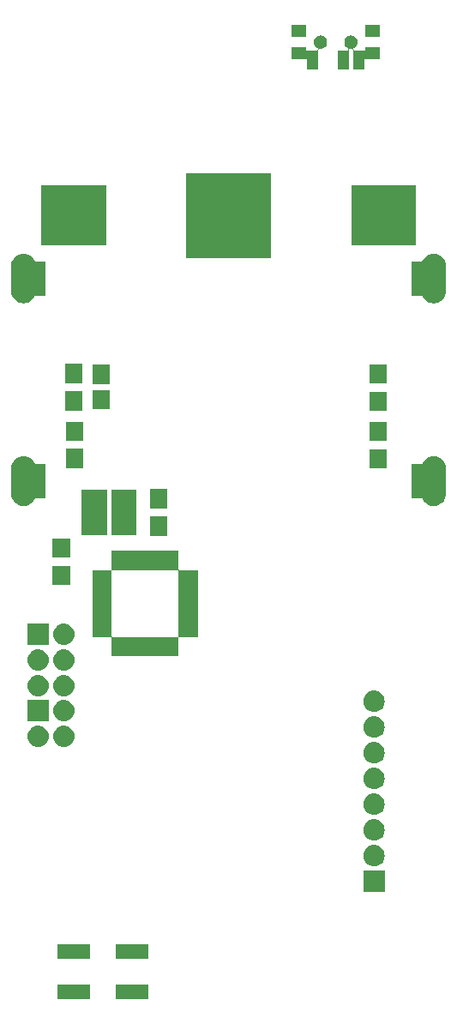
<source format=gbr>
G04 #@! TF.GenerationSoftware,KiCad,Pcbnew,5.0.1+dfsg1-3*
G04 #@! TF.CreationDate,2018-12-15T17:15:27+11:00*
G04 #@! TF.ProjectId,BSidesCBR2019,425369646573434252323031392E6B69,rev?*
G04 #@! TF.SameCoordinates,Original*
G04 #@! TF.FileFunction,Soldermask,Bot*
G04 #@! TF.FilePolarity,Negative*
%FSLAX46Y46*%
G04 Gerber Fmt 4.6, Leading zero omitted, Abs format (unit mm)*
G04 Created by KiCad (PCBNEW 5.0.1+dfsg1-3) date Sat 15 Dec 2018 17:15:27 AEDT*
%MOMM*%
%LPD*%
G01*
G04 APERTURE LIST*
%ADD10C,0.100000*%
G04 APERTURE END LIST*
D10*
G36*
X51317800Y-144946600D02*
X48167800Y-144946600D01*
X48167800Y-143546600D01*
X51317800Y-143546600D01*
X51317800Y-144946600D01*
X51317800Y-144946600D01*
G37*
G36*
X45567800Y-144946600D02*
X42417800Y-144946600D01*
X42417800Y-143546600D01*
X45567800Y-143546600D01*
X45567800Y-144946600D01*
X45567800Y-144946600D01*
G37*
G36*
X45567800Y-140946600D02*
X42417800Y-140946600D01*
X42417800Y-139546600D01*
X45567800Y-139546600D01*
X45567800Y-140946600D01*
X45567800Y-140946600D01*
G37*
G36*
X51317800Y-140946600D02*
X48167800Y-140946600D01*
X48167800Y-139546600D01*
X51317800Y-139546600D01*
X51317800Y-140946600D01*
X51317800Y-140946600D01*
G37*
G36*
X74684600Y-134374600D02*
X72584600Y-134374600D01*
X72584600Y-132274600D01*
X74684600Y-132274600D01*
X74684600Y-134374600D01*
X74684600Y-134374600D01*
G37*
G36*
X73763307Y-129742197D02*
X73840436Y-129749793D01*
X73972387Y-129789820D01*
X74038363Y-129809833D01*
X74220772Y-129907333D01*
X74380654Y-130038546D01*
X74511867Y-130198428D01*
X74609367Y-130380837D01*
X74609367Y-130380838D01*
X74669407Y-130578764D01*
X74689680Y-130784600D01*
X74669407Y-130990436D01*
X74629380Y-131122387D01*
X74609367Y-131188363D01*
X74511867Y-131370772D01*
X74380654Y-131530654D01*
X74220772Y-131661867D01*
X74038363Y-131759367D01*
X73972387Y-131779380D01*
X73840436Y-131819407D01*
X73763307Y-131827003D01*
X73686180Y-131834600D01*
X73583020Y-131834600D01*
X73505893Y-131827003D01*
X73428764Y-131819407D01*
X73296813Y-131779380D01*
X73230837Y-131759367D01*
X73048428Y-131661867D01*
X72888546Y-131530654D01*
X72757333Y-131370772D01*
X72659833Y-131188363D01*
X72639820Y-131122387D01*
X72599793Y-130990436D01*
X72579520Y-130784600D01*
X72599793Y-130578764D01*
X72659833Y-130380838D01*
X72659833Y-130380837D01*
X72757333Y-130198428D01*
X72888546Y-130038546D01*
X73048428Y-129907333D01*
X73230837Y-129809833D01*
X73296813Y-129789820D01*
X73428764Y-129749793D01*
X73505893Y-129742197D01*
X73583020Y-129734600D01*
X73686180Y-129734600D01*
X73763307Y-129742197D01*
X73763307Y-129742197D01*
G37*
G36*
X73763307Y-127202197D02*
X73840436Y-127209793D01*
X73972387Y-127249820D01*
X74038363Y-127269833D01*
X74220772Y-127367333D01*
X74380654Y-127498546D01*
X74511867Y-127658428D01*
X74609367Y-127840837D01*
X74609367Y-127840838D01*
X74669407Y-128038764D01*
X74689680Y-128244600D01*
X74669407Y-128450436D01*
X74629380Y-128582387D01*
X74609367Y-128648363D01*
X74511867Y-128830772D01*
X74380654Y-128990654D01*
X74220772Y-129121867D01*
X74038363Y-129219367D01*
X73972387Y-129239380D01*
X73840436Y-129279407D01*
X73763307Y-129287003D01*
X73686180Y-129294600D01*
X73583020Y-129294600D01*
X73505893Y-129287003D01*
X73428764Y-129279407D01*
X73296813Y-129239380D01*
X73230837Y-129219367D01*
X73048428Y-129121867D01*
X72888546Y-128990654D01*
X72757333Y-128830772D01*
X72659833Y-128648363D01*
X72639820Y-128582387D01*
X72599793Y-128450436D01*
X72579520Y-128244600D01*
X72599793Y-128038764D01*
X72659833Y-127840838D01*
X72659833Y-127840837D01*
X72757333Y-127658428D01*
X72888546Y-127498546D01*
X73048428Y-127367333D01*
X73230837Y-127269833D01*
X73296813Y-127249820D01*
X73428764Y-127209793D01*
X73505893Y-127202197D01*
X73583020Y-127194600D01*
X73686180Y-127194600D01*
X73763307Y-127202197D01*
X73763307Y-127202197D01*
G37*
G36*
X73763307Y-124662197D02*
X73840436Y-124669793D01*
X73972387Y-124709820D01*
X74038363Y-124729833D01*
X74220772Y-124827333D01*
X74380654Y-124958546D01*
X74511867Y-125118428D01*
X74609367Y-125300837D01*
X74609367Y-125300838D01*
X74669407Y-125498764D01*
X74689680Y-125704600D01*
X74669407Y-125910436D01*
X74629380Y-126042387D01*
X74609367Y-126108363D01*
X74511867Y-126290772D01*
X74380654Y-126450654D01*
X74220772Y-126581867D01*
X74038363Y-126679367D01*
X73972387Y-126699380D01*
X73840436Y-126739407D01*
X73763307Y-126747003D01*
X73686180Y-126754600D01*
X73583020Y-126754600D01*
X73505893Y-126747003D01*
X73428764Y-126739407D01*
X73296813Y-126699380D01*
X73230837Y-126679367D01*
X73048428Y-126581867D01*
X72888546Y-126450654D01*
X72757333Y-126290772D01*
X72659833Y-126108363D01*
X72639820Y-126042387D01*
X72599793Y-125910436D01*
X72579520Y-125704600D01*
X72599793Y-125498764D01*
X72659833Y-125300838D01*
X72659833Y-125300837D01*
X72757333Y-125118428D01*
X72888546Y-124958546D01*
X73048428Y-124827333D01*
X73230837Y-124729833D01*
X73296813Y-124709820D01*
X73428764Y-124669793D01*
X73505893Y-124662197D01*
X73583020Y-124654600D01*
X73686180Y-124654600D01*
X73763307Y-124662197D01*
X73763307Y-124662197D01*
G37*
G36*
X73763307Y-122122196D02*
X73840436Y-122129793D01*
X73972387Y-122169820D01*
X74038363Y-122189833D01*
X74220772Y-122287333D01*
X74380654Y-122418546D01*
X74511867Y-122578428D01*
X74609367Y-122760837D01*
X74609367Y-122760838D01*
X74669407Y-122958764D01*
X74689680Y-123164600D01*
X74669407Y-123370436D01*
X74629380Y-123502387D01*
X74609367Y-123568363D01*
X74511867Y-123750772D01*
X74380654Y-123910654D01*
X74220772Y-124041867D01*
X74038363Y-124139367D01*
X73972387Y-124159380D01*
X73840436Y-124199407D01*
X73763307Y-124207004D01*
X73686180Y-124214600D01*
X73583020Y-124214600D01*
X73505893Y-124207004D01*
X73428764Y-124199407D01*
X73296813Y-124159380D01*
X73230837Y-124139367D01*
X73048428Y-124041867D01*
X72888546Y-123910654D01*
X72757333Y-123750772D01*
X72659833Y-123568363D01*
X72639820Y-123502387D01*
X72599793Y-123370436D01*
X72579520Y-123164600D01*
X72599793Y-122958764D01*
X72659833Y-122760838D01*
X72659833Y-122760837D01*
X72757333Y-122578428D01*
X72888546Y-122418546D01*
X73048428Y-122287333D01*
X73230837Y-122189833D01*
X73296813Y-122169820D01*
X73428764Y-122129793D01*
X73505893Y-122122196D01*
X73583020Y-122114600D01*
X73686180Y-122114600D01*
X73763307Y-122122196D01*
X73763307Y-122122196D01*
G37*
G36*
X73763307Y-119582196D02*
X73840436Y-119589793D01*
X73972387Y-119629820D01*
X74038363Y-119649833D01*
X74220772Y-119747333D01*
X74380654Y-119878546D01*
X74511867Y-120038428D01*
X74609367Y-120220837D01*
X74609367Y-120220838D01*
X74669407Y-120418764D01*
X74689680Y-120624600D01*
X74669407Y-120830436D01*
X74629380Y-120962387D01*
X74609367Y-121028363D01*
X74511867Y-121210772D01*
X74380654Y-121370654D01*
X74220772Y-121501867D01*
X74038363Y-121599367D01*
X73972387Y-121619380D01*
X73840436Y-121659407D01*
X73763307Y-121667004D01*
X73686180Y-121674600D01*
X73583020Y-121674600D01*
X73505893Y-121667004D01*
X73428764Y-121659407D01*
X73296813Y-121619380D01*
X73230837Y-121599367D01*
X73048428Y-121501867D01*
X72888546Y-121370654D01*
X72757333Y-121210772D01*
X72659833Y-121028363D01*
X72639820Y-120962387D01*
X72599793Y-120830436D01*
X72579520Y-120624600D01*
X72599793Y-120418764D01*
X72659833Y-120220838D01*
X72659833Y-120220837D01*
X72757333Y-120038428D01*
X72888546Y-119878546D01*
X73048428Y-119747333D01*
X73230837Y-119649833D01*
X73296813Y-119629820D01*
X73428764Y-119589793D01*
X73505893Y-119582196D01*
X73583020Y-119574600D01*
X73686180Y-119574600D01*
X73763307Y-119582196D01*
X73763307Y-119582196D01*
G37*
G36*
X40588707Y-117957596D02*
X40665836Y-117965193D01*
X40797787Y-118005220D01*
X40863763Y-118025233D01*
X41046172Y-118122733D01*
X41206054Y-118253946D01*
X41337267Y-118413828D01*
X41434767Y-118596237D01*
X41434767Y-118596238D01*
X41494807Y-118794164D01*
X41515080Y-119000000D01*
X41494807Y-119205836D01*
X41454780Y-119337787D01*
X41434767Y-119403763D01*
X41337267Y-119586172D01*
X41206054Y-119746054D01*
X41046172Y-119877267D01*
X40863763Y-119974767D01*
X40797787Y-119994780D01*
X40665836Y-120034807D01*
X40588707Y-120042404D01*
X40511580Y-120050000D01*
X40408420Y-120050000D01*
X40331293Y-120042404D01*
X40254164Y-120034807D01*
X40122213Y-119994780D01*
X40056237Y-119974767D01*
X39873828Y-119877267D01*
X39713946Y-119746054D01*
X39582733Y-119586172D01*
X39485233Y-119403763D01*
X39465220Y-119337787D01*
X39425193Y-119205836D01*
X39404920Y-119000000D01*
X39425193Y-118794164D01*
X39485233Y-118596238D01*
X39485233Y-118596237D01*
X39582733Y-118413828D01*
X39713946Y-118253946D01*
X39873828Y-118122733D01*
X40056237Y-118025233D01*
X40122213Y-118005220D01*
X40254164Y-117965193D01*
X40331293Y-117957596D01*
X40408420Y-117950000D01*
X40511580Y-117950000D01*
X40588707Y-117957596D01*
X40588707Y-117957596D01*
G37*
G36*
X43128707Y-117957596D02*
X43205836Y-117965193D01*
X43337787Y-118005220D01*
X43403763Y-118025233D01*
X43586172Y-118122733D01*
X43746054Y-118253946D01*
X43877267Y-118413828D01*
X43974767Y-118596237D01*
X43974767Y-118596238D01*
X44034807Y-118794164D01*
X44055080Y-119000000D01*
X44034807Y-119205836D01*
X43994780Y-119337787D01*
X43974767Y-119403763D01*
X43877267Y-119586172D01*
X43746054Y-119746054D01*
X43586172Y-119877267D01*
X43403763Y-119974767D01*
X43337787Y-119994780D01*
X43205836Y-120034807D01*
X43128707Y-120042404D01*
X43051580Y-120050000D01*
X42948420Y-120050000D01*
X42871293Y-120042404D01*
X42794164Y-120034807D01*
X42662213Y-119994780D01*
X42596237Y-119974767D01*
X42413828Y-119877267D01*
X42253946Y-119746054D01*
X42122733Y-119586172D01*
X42025233Y-119403763D01*
X42005220Y-119337787D01*
X41965193Y-119205836D01*
X41944920Y-119000000D01*
X41965193Y-118794164D01*
X42025233Y-118596238D01*
X42025233Y-118596237D01*
X42122733Y-118413828D01*
X42253946Y-118253946D01*
X42413828Y-118122733D01*
X42596237Y-118025233D01*
X42662213Y-118005220D01*
X42794164Y-117965193D01*
X42871293Y-117957596D01*
X42948420Y-117950000D01*
X43051580Y-117950000D01*
X43128707Y-117957596D01*
X43128707Y-117957596D01*
G37*
G36*
X73763307Y-117042196D02*
X73840436Y-117049793D01*
X73972387Y-117089820D01*
X74038363Y-117109833D01*
X74220772Y-117207333D01*
X74380654Y-117338546D01*
X74511867Y-117498428D01*
X74609367Y-117680837D01*
X74609367Y-117680838D01*
X74669407Y-117878764D01*
X74689680Y-118084600D01*
X74669407Y-118290436D01*
X74631977Y-118413828D01*
X74609367Y-118488363D01*
X74511867Y-118670772D01*
X74380654Y-118830654D01*
X74220772Y-118961867D01*
X74038363Y-119059367D01*
X73972387Y-119079380D01*
X73840436Y-119119407D01*
X73763307Y-119127003D01*
X73686180Y-119134600D01*
X73583020Y-119134600D01*
X73505893Y-119127003D01*
X73428764Y-119119407D01*
X73296813Y-119079380D01*
X73230837Y-119059367D01*
X73048428Y-118961867D01*
X72888546Y-118830654D01*
X72757333Y-118670772D01*
X72659833Y-118488363D01*
X72637223Y-118413828D01*
X72599793Y-118290436D01*
X72579520Y-118084600D01*
X72599793Y-117878764D01*
X72659833Y-117680838D01*
X72659833Y-117680837D01*
X72757333Y-117498428D01*
X72888546Y-117338546D01*
X73048428Y-117207333D01*
X73230837Y-117109833D01*
X73296813Y-117089820D01*
X73428764Y-117049793D01*
X73505893Y-117042196D01*
X73583020Y-117034600D01*
X73686180Y-117034600D01*
X73763307Y-117042196D01*
X73763307Y-117042196D01*
G37*
G36*
X41510000Y-117510000D02*
X39410000Y-117510000D01*
X39410000Y-115410000D01*
X41510000Y-115410000D01*
X41510000Y-117510000D01*
X41510000Y-117510000D01*
G37*
G36*
X43128707Y-115417597D02*
X43205836Y-115425193D01*
X43337787Y-115465220D01*
X43403763Y-115485233D01*
X43586172Y-115582733D01*
X43746054Y-115713946D01*
X43877267Y-115873828D01*
X43974767Y-116056237D01*
X43974767Y-116056238D01*
X44034807Y-116254164D01*
X44055080Y-116460000D01*
X44034807Y-116665836D01*
X43994780Y-116797787D01*
X43974767Y-116863763D01*
X43877267Y-117046172D01*
X43746054Y-117206054D01*
X43586172Y-117337267D01*
X43403763Y-117434767D01*
X43337787Y-117454780D01*
X43205836Y-117494807D01*
X43128707Y-117502404D01*
X43051580Y-117510000D01*
X42948420Y-117510000D01*
X42871293Y-117502404D01*
X42794164Y-117494807D01*
X42662213Y-117454780D01*
X42596237Y-117434767D01*
X42413828Y-117337267D01*
X42253946Y-117206054D01*
X42122733Y-117046172D01*
X42025233Y-116863763D01*
X42005220Y-116797787D01*
X41965193Y-116665836D01*
X41944920Y-116460000D01*
X41965193Y-116254164D01*
X42025233Y-116056238D01*
X42025233Y-116056237D01*
X42122733Y-115873828D01*
X42253946Y-115713946D01*
X42413828Y-115582733D01*
X42596237Y-115485233D01*
X42662213Y-115465220D01*
X42794164Y-115425193D01*
X42871293Y-115417597D01*
X42948420Y-115410000D01*
X43051580Y-115410000D01*
X43128707Y-115417597D01*
X43128707Y-115417597D01*
G37*
G36*
X73763307Y-114502197D02*
X73840436Y-114509793D01*
X73972387Y-114549820D01*
X74038363Y-114569833D01*
X74220772Y-114667333D01*
X74380654Y-114798546D01*
X74511867Y-114958428D01*
X74609367Y-115140837D01*
X74609367Y-115140838D01*
X74669407Y-115338764D01*
X74689680Y-115544600D01*
X74669407Y-115750436D01*
X74631977Y-115873828D01*
X74609367Y-115948363D01*
X74511867Y-116130772D01*
X74380654Y-116290654D01*
X74220772Y-116421867D01*
X74038363Y-116519367D01*
X73972387Y-116539380D01*
X73840436Y-116579407D01*
X73763307Y-116587003D01*
X73686180Y-116594600D01*
X73583020Y-116594600D01*
X73505893Y-116587003D01*
X73428764Y-116579407D01*
X73296813Y-116539380D01*
X73230837Y-116519367D01*
X73048428Y-116421867D01*
X72888546Y-116290654D01*
X72757333Y-116130772D01*
X72659833Y-115948363D01*
X72637223Y-115873828D01*
X72599793Y-115750436D01*
X72579520Y-115544600D01*
X72599793Y-115338764D01*
X72659833Y-115140838D01*
X72659833Y-115140837D01*
X72757333Y-114958428D01*
X72888546Y-114798546D01*
X73048428Y-114667333D01*
X73230837Y-114569833D01*
X73296813Y-114549820D01*
X73428764Y-114509793D01*
X73505893Y-114502197D01*
X73583020Y-114494600D01*
X73686180Y-114494600D01*
X73763307Y-114502197D01*
X73763307Y-114502197D01*
G37*
G36*
X43128707Y-112957596D02*
X43205836Y-112965193D01*
X43337787Y-113005220D01*
X43403763Y-113025233D01*
X43586172Y-113122733D01*
X43746054Y-113253946D01*
X43877267Y-113413828D01*
X43974767Y-113596237D01*
X43974767Y-113596238D01*
X44034807Y-113794164D01*
X44055080Y-114000000D01*
X44034807Y-114205836D01*
X43994780Y-114337787D01*
X43974767Y-114403763D01*
X43877267Y-114586172D01*
X43746054Y-114746054D01*
X43586172Y-114877267D01*
X43403763Y-114974767D01*
X43337787Y-114994780D01*
X43205836Y-115034807D01*
X43128707Y-115042403D01*
X43051580Y-115050000D01*
X42948420Y-115050000D01*
X42871293Y-115042403D01*
X42794164Y-115034807D01*
X42662213Y-114994780D01*
X42596237Y-114974767D01*
X42413828Y-114877267D01*
X42253946Y-114746054D01*
X42122733Y-114586172D01*
X42025233Y-114403763D01*
X42005220Y-114337787D01*
X41965193Y-114205836D01*
X41944920Y-114000000D01*
X41965193Y-113794164D01*
X42025233Y-113596238D01*
X42025233Y-113596237D01*
X42122733Y-113413828D01*
X42253946Y-113253946D01*
X42413828Y-113122733D01*
X42596237Y-113025233D01*
X42662213Y-113005220D01*
X42794164Y-112965193D01*
X42871293Y-112957596D01*
X42948420Y-112950000D01*
X43051580Y-112950000D01*
X43128707Y-112957596D01*
X43128707Y-112957596D01*
G37*
G36*
X40588707Y-112957596D02*
X40665836Y-112965193D01*
X40797787Y-113005220D01*
X40863763Y-113025233D01*
X41046172Y-113122733D01*
X41206054Y-113253946D01*
X41337267Y-113413828D01*
X41434767Y-113596237D01*
X41434767Y-113596238D01*
X41494807Y-113794164D01*
X41515080Y-114000000D01*
X41494807Y-114205836D01*
X41454780Y-114337787D01*
X41434767Y-114403763D01*
X41337267Y-114586172D01*
X41206054Y-114746054D01*
X41046172Y-114877267D01*
X40863763Y-114974767D01*
X40797787Y-114994780D01*
X40665836Y-115034807D01*
X40588707Y-115042403D01*
X40511580Y-115050000D01*
X40408420Y-115050000D01*
X40331293Y-115042403D01*
X40254164Y-115034807D01*
X40122213Y-114994780D01*
X40056237Y-114974767D01*
X39873828Y-114877267D01*
X39713946Y-114746054D01*
X39582733Y-114586172D01*
X39485233Y-114403763D01*
X39465220Y-114337787D01*
X39425193Y-114205836D01*
X39404920Y-114000000D01*
X39425193Y-113794164D01*
X39485233Y-113596238D01*
X39485233Y-113596237D01*
X39582733Y-113413828D01*
X39713946Y-113253946D01*
X39873828Y-113122733D01*
X40056237Y-113025233D01*
X40122213Y-113005220D01*
X40254164Y-112965193D01*
X40331293Y-112957596D01*
X40408420Y-112950000D01*
X40511580Y-112950000D01*
X40588707Y-112957596D01*
X40588707Y-112957596D01*
G37*
G36*
X43128707Y-110417597D02*
X43205836Y-110425193D01*
X43337787Y-110465220D01*
X43403763Y-110485233D01*
X43586172Y-110582733D01*
X43746054Y-110713946D01*
X43877267Y-110873828D01*
X43974767Y-111056237D01*
X43974767Y-111056238D01*
X44034807Y-111254164D01*
X44055080Y-111460000D01*
X44034807Y-111665836D01*
X43994780Y-111797787D01*
X43974767Y-111863763D01*
X43877267Y-112046172D01*
X43746054Y-112206054D01*
X43586172Y-112337267D01*
X43403763Y-112434767D01*
X43337787Y-112454780D01*
X43205836Y-112494807D01*
X43128707Y-112502403D01*
X43051580Y-112510000D01*
X42948420Y-112510000D01*
X42871293Y-112502403D01*
X42794164Y-112494807D01*
X42662213Y-112454780D01*
X42596237Y-112434767D01*
X42413828Y-112337267D01*
X42253946Y-112206054D01*
X42122733Y-112046172D01*
X42025233Y-111863763D01*
X42005220Y-111797787D01*
X41965193Y-111665836D01*
X41944920Y-111460000D01*
X41965193Y-111254164D01*
X42025233Y-111056238D01*
X42025233Y-111056237D01*
X42122733Y-110873828D01*
X42253946Y-110713946D01*
X42413828Y-110582733D01*
X42596237Y-110485233D01*
X42662213Y-110465220D01*
X42794164Y-110425193D01*
X42871293Y-110417597D01*
X42948420Y-110410000D01*
X43051580Y-110410000D01*
X43128707Y-110417597D01*
X43128707Y-110417597D01*
G37*
G36*
X40588707Y-110417597D02*
X40665836Y-110425193D01*
X40797787Y-110465220D01*
X40863763Y-110485233D01*
X41046172Y-110582733D01*
X41206054Y-110713946D01*
X41337267Y-110873828D01*
X41434767Y-111056237D01*
X41434767Y-111056238D01*
X41494807Y-111254164D01*
X41515080Y-111460000D01*
X41494807Y-111665836D01*
X41454780Y-111797787D01*
X41434767Y-111863763D01*
X41337267Y-112046172D01*
X41206054Y-112206054D01*
X41046172Y-112337267D01*
X40863763Y-112434767D01*
X40797787Y-112454780D01*
X40665836Y-112494807D01*
X40588707Y-112502403D01*
X40511580Y-112510000D01*
X40408420Y-112510000D01*
X40331293Y-112502403D01*
X40254164Y-112494807D01*
X40122213Y-112454780D01*
X40056237Y-112434767D01*
X39873828Y-112337267D01*
X39713946Y-112206054D01*
X39582733Y-112046172D01*
X39485233Y-111863763D01*
X39465220Y-111797787D01*
X39425193Y-111665836D01*
X39404920Y-111460000D01*
X39425193Y-111254164D01*
X39485233Y-111056238D01*
X39485233Y-111056237D01*
X39582733Y-110873828D01*
X39713946Y-110713946D01*
X39873828Y-110582733D01*
X40056237Y-110485233D01*
X40122213Y-110465220D01*
X40254164Y-110425193D01*
X40331293Y-110417597D01*
X40408420Y-110410000D01*
X40511580Y-110410000D01*
X40588707Y-110417597D01*
X40588707Y-110417597D01*
G37*
G36*
X54330000Y-102475000D02*
X54332402Y-102499386D01*
X54339515Y-102522835D01*
X54351066Y-102544446D01*
X54366612Y-102563388D01*
X54385554Y-102578934D01*
X54407165Y-102590485D01*
X54430614Y-102597598D01*
X54455000Y-102600000D01*
X56230000Y-102600000D01*
X56230000Y-109200000D01*
X54455000Y-109200000D01*
X54430614Y-109202402D01*
X54407165Y-109209515D01*
X54385554Y-109221066D01*
X54366612Y-109236612D01*
X54351066Y-109255554D01*
X54339515Y-109277165D01*
X54332402Y-109300614D01*
X54330000Y-109325000D01*
X54330000Y-111100000D01*
X47730000Y-111100000D01*
X47730000Y-109325000D01*
X47727598Y-109300614D01*
X47720485Y-109277165D01*
X47708934Y-109255554D01*
X47693388Y-109236612D01*
X47674446Y-109221066D01*
X47652835Y-109209515D01*
X47629386Y-109202402D01*
X47605000Y-109200000D01*
X45830000Y-109200000D01*
X45830000Y-102725000D01*
X47730000Y-102725000D01*
X47730000Y-109075000D01*
X47732402Y-109099386D01*
X47739515Y-109122835D01*
X47751066Y-109144446D01*
X47766612Y-109163388D01*
X47785554Y-109178934D01*
X47807165Y-109190485D01*
X47830614Y-109197598D01*
X47855000Y-109200000D01*
X54205000Y-109200000D01*
X54229386Y-109197598D01*
X54252835Y-109190485D01*
X54274446Y-109178934D01*
X54293388Y-109163388D01*
X54308934Y-109144446D01*
X54320485Y-109122835D01*
X54327598Y-109099386D01*
X54330000Y-109075000D01*
X54330000Y-102725000D01*
X54327598Y-102700614D01*
X54320485Y-102677165D01*
X54308934Y-102655554D01*
X54293388Y-102636612D01*
X54274446Y-102621066D01*
X54252835Y-102609515D01*
X54229386Y-102602402D01*
X54205000Y-102600000D01*
X47855000Y-102600000D01*
X47830614Y-102602402D01*
X47807165Y-102609515D01*
X47785554Y-102621066D01*
X47766612Y-102636612D01*
X47751066Y-102655554D01*
X47739515Y-102677165D01*
X47732402Y-102700614D01*
X47730000Y-102725000D01*
X45830000Y-102725000D01*
X45830000Y-102600000D01*
X47605000Y-102600000D01*
X47629386Y-102597598D01*
X47652835Y-102590485D01*
X47674446Y-102578934D01*
X47693388Y-102563388D01*
X47708934Y-102544446D01*
X47720485Y-102522835D01*
X47727598Y-102499386D01*
X47730000Y-102475000D01*
X47730000Y-100700000D01*
X54330000Y-100700000D01*
X54330000Y-102475000D01*
X54330000Y-102475000D01*
G37*
G36*
X41510000Y-109970000D02*
X39410000Y-109970000D01*
X39410000Y-107870000D01*
X41510000Y-107870000D01*
X41510000Y-109970000D01*
X41510000Y-109970000D01*
G37*
G36*
X43128707Y-107877597D02*
X43205836Y-107885193D01*
X43337787Y-107925220D01*
X43403763Y-107945233D01*
X43586172Y-108042733D01*
X43746054Y-108173946D01*
X43877267Y-108333828D01*
X43974767Y-108516237D01*
X43974767Y-108516238D01*
X44034807Y-108714164D01*
X44055080Y-108920000D01*
X44034807Y-109125836D01*
X43995458Y-109255554D01*
X43974767Y-109323763D01*
X43877267Y-109506172D01*
X43746054Y-109666054D01*
X43586172Y-109797267D01*
X43403763Y-109894767D01*
X43337787Y-109914780D01*
X43205836Y-109954807D01*
X43128707Y-109962403D01*
X43051580Y-109970000D01*
X42948420Y-109970000D01*
X42871293Y-109962403D01*
X42794164Y-109954807D01*
X42662213Y-109914780D01*
X42596237Y-109894767D01*
X42413828Y-109797267D01*
X42253946Y-109666054D01*
X42122733Y-109506172D01*
X42025233Y-109323763D01*
X42004542Y-109255554D01*
X41965193Y-109125836D01*
X41944920Y-108920000D01*
X41965193Y-108714164D01*
X42025233Y-108516238D01*
X42025233Y-108516237D01*
X42122733Y-108333828D01*
X42253946Y-108173946D01*
X42413828Y-108042733D01*
X42596237Y-107945233D01*
X42662213Y-107925220D01*
X42794164Y-107885193D01*
X42871293Y-107877597D01*
X42948420Y-107870000D01*
X43051580Y-107870000D01*
X43128707Y-107877597D01*
X43128707Y-107877597D01*
G37*
G36*
X43610000Y-104070000D02*
X41910000Y-104070000D01*
X41910000Y-102170000D01*
X43610000Y-102170000D01*
X43610000Y-104070000D01*
X43610000Y-104070000D01*
G37*
G36*
X43610000Y-101370000D02*
X41910000Y-101370000D01*
X41910000Y-99470000D01*
X43610000Y-99470000D01*
X43610000Y-101370000D01*
X43610000Y-101370000D01*
G37*
G36*
X53220000Y-99210000D02*
X51520000Y-99210000D01*
X51520000Y-97310000D01*
X53220000Y-97310000D01*
X53220000Y-99210000D01*
X53220000Y-99210000D01*
G37*
G36*
X50180000Y-99140000D02*
X47680000Y-99140000D01*
X47680000Y-94640000D01*
X50180000Y-94640000D01*
X50180000Y-99140000D01*
X50180000Y-99140000D01*
G37*
G36*
X47280000Y-99140000D02*
X44780000Y-99140000D01*
X44780000Y-94640000D01*
X47280000Y-94640000D01*
X47280000Y-99140000D01*
X47280000Y-99140000D01*
G37*
G36*
X53220000Y-96510000D02*
X51520000Y-96510000D01*
X51520000Y-94610000D01*
X53220000Y-94610000D01*
X53220000Y-96510000D01*
X53220000Y-96510000D01*
G37*
G36*
X39265240Y-91367363D02*
X39491441Y-91435981D01*
X39491443Y-91435982D01*
X39491446Y-91435983D01*
X39699905Y-91547406D01*
X39699908Y-91547408D01*
X39699909Y-91547409D01*
X39882634Y-91697366D01*
X39882635Y-91697368D01*
X39882637Y-91697369D01*
X40032592Y-91880090D01*
X40114817Y-92033924D01*
X40128430Y-92054299D01*
X40145758Y-92071626D01*
X40166132Y-92085240D01*
X40188771Y-92094617D01*
X40212804Y-92099398D01*
X40225057Y-92100000D01*
X41230000Y-92100000D01*
X41230000Y-95500000D01*
X40225057Y-95500000D01*
X40200671Y-95502402D01*
X40177222Y-95509515D01*
X40155611Y-95521066D01*
X40136669Y-95536612D01*
X40121123Y-95555554D01*
X40114817Y-95566076D01*
X40032592Y-95719910D01*
X39882634Y-95902634D01*
X39699910Y-96052592D01*
X39491447Y-96164017D01*
X39491444Y-96164018D01*
X39491442Y-96164019D01*
X39265241Y-96232637D01*
X39030000Y-96255806D01*
X38794760Y-96232637D01*
X38568559Y-96164019D01*
X38568557Y-96164018D01*
X38568554Y-96164017D01*
X38360091Y-96052592D01*
X38177367Y-95902634D01*
X38027409Y-95719910D01*
X37915984Y-95511447D01*
X37915982Y-95511442D01*
X37847364Y-95285241D01*
X37830001Y-95108950D01*
X37830000Y-92491051D01*
X37847363Y-92314760D01*
X37915981Y-92088559D01*
X37915982Y-92088557D01*
X37915983Y-92088554D01*
X38027406Y-91880095D01*
X38177364Y-91697369D01*
X38177366Y-91697366D01*
X38177368Y-91697365D01*
X38177369Y-91697363D01*
X38360090Y-91547408D01*
X38568553Y-91435983D01*
X38568556Y-91435982D01*
X38568558Y-91435981D01*
X38794759Y-91367363D01*
X39030000Y-91344194D01*
X39265240Y-91367363D01*
X39265240Y-91367363D01*
G37*
G36*
X79765240Y-91367363D02*
X79991441Y-91435981D01*
X79991443Y-91435982D01*
X79991446Y-91435983D01*
X80199905Y-91547406D01*
X80199908Y-91547408D01*
X80199909Y-91547409D01*
X80382634Y-91697366D01*
X80382635Y-91697368D01*
X80382637Y-91697369D01*
X80532592Y-91880090D01*
X80644017Y-92088553D01*
X80644017Y-92088554D01*
X80644019Y-92088558D01*
X80712637Y-92314759D01*
X80730000Y-92491050D01*
X80730000Y-95108950D01*
X80712637Y-95285241D01*
X80644019Y-95511442D01*
X80644017Y-95511447D01*
X80532592Y-95719910D01*
X80382634Y-95902634D01*
X80199910Y-96052592D01*
X79991447Y-96164017D01*
X79991444Y-96164018D01*
X79991442Y-96164019D01*
X79765241Y-96232637D01*
X79530000Y-96255806D01*
X79294760Y-96232637D01*
X79068559Y-96164019D01*
X79068557Y-96164018D01*
X79068554Y-96164017D01*
X78860091Y-96052592D01*
X78677367Y-95902634D01*
X78527409Y-95719910D01*
X78445184Y-95566076D01*
X78431571Y-95545701D01*
X78414243Y-95528374D01*
X78393869Y-95514760D01*
X78371230Y-95505383D01*
X78347197Y-95500602D01*
X78334944Y-95500000D01*
X77330000Y-95500000D01*
X77330000Y-92100000D01*
X78334943Y-92100000D01*
X78359329Y-92097598D01*
X78382778Y-92090485D01*
X78404389Y-92078934D01*
X78423331Y-92063388D01*
X78438877Y-92044446D01*
X78445183Y-92033925D01*
X78527408Y-91880093D01*
X78527409Y-91880091D01*
X78677366Y-91697366D01*
X78677368Y-91697365D01*
X78677369Y-91697363D01*
X78860090Y-91547408D01*
X79068553Y-91435983D01*
X79068556Y-91435982D01*
X79068558Y-91435981D01*
X79294759Y-91367363D01*
X79530000Y-91344194D01*
X79765240Y-91367363D01*
X79765240Y-91367363D01*
G37*
G36*
X74870000Y-92540000D02*
X73170000Y-92540000D01*
X73170000Y-90640000D01*
X74870000Y-90640000D01*
X74870000Y-92540000D01*
X74870000Y-92540000D01*
G37*
G36*
X44890000Y-92530000D02*
X43190000Y-92530000D01*
X43190000Y-90630000D01*
X44890000Y-90630000D01*
X44890000Y-92530000D01*
X44890000Y-92530000D01*
G37*
G36*
X74870000Y-89840000D02*
X73170000Y-89840000D01*
X73170000Y-87940000D01*
X74870000Y-87940000D01*
X74870000Y-89840000D01*
X74870000Y-89840000D01*
G37*
G36*
X44890000Y-89830000D02*
X43190000Y-89830000D01*
X43190000Y-87930000D01*
X44890000Y-87930000D01*
X44890000Y-89830000D01*
X44890000Y-89830000D01*
G37*
G36*
X74880000Y-86870000D02*
X73180000Y-86870000D01*
X73180000Y-84970000D01*
X74880000Y-84970000D01*
X74880000Y-86870000D01*
X74880000Y-86870000D01*
G37*
G36*
X44870000Y-86840000D02*
X43170000Y-86840000D01*
X43170000Y-84940000D01*
X44870000Y-84940000D01*
X44870000Y-86840000D01*
X44870000Y-86840000D01*
G37*
G36*
X47505000Y-86730000D02*
X45855000Y-86730000D01*
X45855000Y-84830000D01*
X47505000Y-84830000D01*
X47505000Y-86730000D01*
X47505000Y-86730000D01*
G37*
G36*
X47505000Y-84230000D02*
X45855000Y-84230000D01*
X45855000Y-82330000D01*
X47505000Y-82330000D01*
X47505000Y-84230000D01*
X47505000Y-84230000D01*
G37*
G36*
X74880000Y-84170000D02*
X73180000Y-84170000D01*
X73180000Y-82270000D01*
X74880000Y-82270000D01*
X74880000Y-84170000D01*
X74880000Y-84170000D01*
G37*
G36*
X44870000Y-84140000D02*
X43170000Y-84140000D01*
X43170000Y-82240000D01*
X44870000Y-82240000D01*
X44870000Y-84140000D01*
X44870000Y-84140000D01*
G37*
G36*
X79765240Y-71367363D02*
X79991441Y-71435981D01*
X79991443Y-71435982D01*
X79991446Y-71435983D01*
X80199905Y-71547406D01*
X80199908Y-71547408D01*
X80199909Y-71547409D01*
X80382634Y-71697366D01*
X80382635Y-71697368D01*
X80382637Y-71697369D01*
X80532592Y-71880090D01*
X80644017Y-72088553D01*
X80644017Y-72088554D01*
X80644019Y-72088558D01*
X80712637Y-72314759D01*
X80730000Y-72491050D01*
X80730000Y-75108950D01*
X80712637Y-75285241D01*
X80644019Y-75511442D01*
X80644017Y-75511447D01*
X80532592Y-75719910D01*
X80382634Y-75902634D01*
X80199910Y-76052592D01*
X79991447Y-76164017D01*
X79991444Y-76164018D01*
X79991442Y-76164019D01*
X79765241Y-76232637D01*
X79530000Y-76255806D01*
X79294760Y-76232637D01*
X79068559Y-76164019D01*
X79068557Y-76164018D01*
X79068554Y-76164017D01*
X78860091Y-76052592D01*
X78677367Y-75902634D01*
X78527409Y-75719910D01*
X78445184Y-75566076D01*
X78431571Y-75545701D01*
X78414243Y-75528374D01*
X78393869Y-75514760D01*
X78371230Y-75505383D01*
X78347197Y-75500602D01*
X78334944Y-75500000D01*
X77330000Y-75500000D01*
X77330000Y-72100000D01*
X78334943Y-72100000D01*
X78359329Y-72097598D01*
X78382778Y-72090485D01*
X78404389Y-72078934D01*
X78423331Y-72063388D01*
X78438877Y-72044446D01*
X78445183Y-72033925D01*
X78527408Y-71880093D01*
X78527409Y-71880091D01*
X78677366Y-71697366D01*
X78677368Y-71697365D01*
X78677369Y-71697363D01*
X78860090Y-71547408D01*
X79068553Y-71435983D01*
X79068556Y-71435982D01*
X79068558Y-71435981D01*
X79294759Y-71367363D01*
X79530000Y-71344194D01*
X79765240Y-71367363D01*
X79765240Y-71367363D01*
G37*
G36*
X39265240Y-71367363D02*
X39491441Y-71435981D01*
X39491443Y-71435982D01*
X39491446Y-71435983D01*
X39699905Y-71547406D01*
X39699908Y-71547408D01*
X39699909Y-71547409D01*
X39882634Y-71697366D01*
X39882635Y-71697368D01*
X39882637Y-71697369D01*
X40032592Y-71880090D01*
X40114817Y-72033924D01*
X40128430Y-72054299D01*
X40145758Y-72071626D01*
X40166132Y-72085240D01*
X40188771Y-72094617D01*
X40212804Y-72099398D01*
X40225057Y-72100000D01*
X41230000Y-72100000D01*
X41230000Y-75500000D01*
X40225057Y-75500000D01*
X40200671Y-75502402D01*
X40177222Y-75509515D01*
X40155611Y-75521066D01*
X40136669Y-75536612D01*
X40121123Y-75555554D01*
X40114817Y-75566076D01*
X40032592Y-75719910D01*
X39882634Y-75902634D01*
X39699910Y-76052592D01*
X39491447Y-76164017D01*
X39491444Y-76164018D01*
X39491442Y-76164019D01*
X39265241Y-76232637D01*
X39030000Y-76255806D01*
X38794760Y-76232637D01*
X38568559Y-76164019D01*
X38568557Y-76164018D01*
X38568554Y-76164017D01*
X38360091Y-76052592D01*
X38177367Y-75902634D01*
X38027409Y-75719910D01*
X37915984Y-75511447D01*
X37915982Y-75511442D01*
X37847364Y-75285241D01*
X37830001Y-75108950D01*
X37830000Y-72491051D01*
X37847363Y-72314760D01*
X37915981Y-72088559D01*
X37915982Y-72088557D01*
X37915983Y-72088554D01*
X38027406Y-71880095D01*
X38177364Y-71697369D01*
X38177366Y-71697366D01*
X38177368Y-71697365D01*
X38177369Y-71697363D01*
X38360090Y-71547408D01*
X38568553Y-71435983D01*
X38568556Y-71435982D01*
X38568558Y-71435981D01*
X38794759Y-71367363D01*
X39030000Y-71344194D01*
X39265240Y-71367363D01*
X39265240Y-71367363D01*
G37*
G36*
X63480000Y-71780000D02*
X55080000Y-71780000D01*
X55080000Y-63380000D01*
X63480000Y-63380000D01*
X63480000Y-71780000D01*
X63480000Y-71780000D01*
G37*
G36*
X77780000Y-70530000D02*
X71380000Y-70530000D01*
X71380000Y-64630000D01*
X77780000Y-64630000D01*
X77780000Y-70530000D01*
X77780000Y-70530000D01*
G37*
G36*
X47180000Y-70530000D02*
X40780000Y-70530000D01*
X40780000Y-64630000D01*
X47180000Y-64630000D01*
X47180000Y-70530000D01*
X47180000Y-70530000D01*
G37*
G36*
X71497738Y-49836653D02*
X71539598Y-49844979D01*
X71574245Y-49859330D01*
X71657890Y-49893977D01*
X71764354Y-49965114D01*
X71854886Y-50055646D01*
X71926023Y-50162110D01*
X71975021Y-50280403D01*
X72000000Y-50405979D01*
X72000000Y-50534021D01*
X71975021Y-50659597D01*
X71926023Y-50777890D01*
X71854886Y-50884354D01*
X71764354Y-50974886D01*
X71650342Y-51051066D01*
X71631400Y-51066611D01*
X71615855Y-51085553D01*
X71604303Y-51107164D01*
X71597190Y-51130613D01*
X71594788Y-51155000D01*
X71597190Y-51179386D01*
X71604303Y-51202835D01*
X71615854Y-51224446D01*
X71631399Y-51243388D01*
X71650341Y-51258933D01*
X71671952Y-51270485D01*
X71695401Y-51277598D01*
X71719788Y-51280000D01*
X72675000Y-51280000D01*
X72699386Y-51277598D01*
X72722835Y-51270485D01*
X72744446Y-51258934D01*
X72763388Y-51243388D01*
X72778934Y-51224446D01*
X72790485Y-51202835D01*
X72797598Y-51179386D01*
X72800000Y-51155000D01*
X72800000Y-50980000D01*
X74200000Y-50980000D01*
X74200000Y-52180000D01*
X72775000Y-52180000D01*
X72750614Y-52182402D01*
X72727165Y-52189515D01*
X72705554Y-52201066D01*
X72686612Y-52216612D01*
X72671066Y-52235554D01*
X72659515Y-52257165D01*
X72652402Y-52280614D01*
X72650000Y-52305000D01*
X72650000Y-53180000D01*
X71550000Y-53180000D01*
X71550000Y-51245000D01*
X71547598Y-51220614D01*
X71540485Y-51197165D01*
X71528934Y-51175554D01*
X71513388Y-51156612D01*
X71494446Y-51141066D01*
X71472835Y-51129515D01*
X71449386Y-51122402D01*
X71425000Y-51120000D01*
X71275000Y-51120000D01*
X71250614Y-51122402D01*
X71227165Y-51129515D01*
X71205554Y-51141066D01*
X71186612Y-51156612D01*
X71171066Y-51175554D01*
X71159515Y-51197165D01*
X71152402Y-51220614D01*
X71150000Y-51245000D01*
X71150000Y-53180000D01*
X70050000Y-53180000D01*
X70050000Y-51280000D01*
X70980212Y-51280000D01*
X71004598Y-51277598D01*
X71028047Y-51270485D01*
X71049658Y-51258934D01*
X71068600Y-51243388D01*
X71084146Y-51224446D01*
X71095697Y-51202835D01*
X71102810Y-51179386D01*
X71105212Y-51155000D01*
X71102810Y-51130614D01*
X71095697Y-51107165D01*
X71084146Y-51085554D01*
X71068600Y-51066612D01*
X71049658Y-51051066D01*
X70935646Y-50974886D01*
X70845114Y-50884354D01*
X70773977Y-50777890D01*
X70724979Y-50659597D01*
X70700000Y-50534021D01*
X70700000Y-50405979D01*
X70724979Y-50280403D01*
X70773977Y-50162110D01*
X70845114Y-50055646D01*
X70935646Y-49965114D01*
X71042110Y-49893977D01*
X71125755Y-49859330D01*
X71160402Y-49844979D01*
X71202262Y-49836653D01*
X71285979Y-49820000D01*
X71414021Y-49820000D01*
X71497738Y-49836653D01*
X71497738Y-49836653D01*
G37*
G36*
X68497738Y-49836653D02*
X68539598Y-49844979D01*
X68574245Y-49859330D01*
X68657890Y-49893977D01*
X68764354Y-49965114D01*
X68854886Y-50055646D01*
X68926023Y-50162110D01*
X68975021Y-50280403D01*
X69000000Y-50405979D01*
X69000000Y-50534021D01*
X68975021Y-50659597D01*
X68926023Y-50777890D01*
X68854886Y-50884354D01*
X68764354Y-50974886D01*
X68657890Y-51046023D01*
X68574245Y-51080670D01*
X68539598Y-51095021D01*
X68497738Y-51103347D01*
X68414021Y-51120000D01*
X68275000Y-51120000D01*
X68250614Y-51122402D01*
X68227165Y-51129515D01*
X68205554Y-51141066D01*
X68186612Y-51156612D01*
X68171066Y-51175554D01*
X68159515Y-51197165D01*
X68152402Y-51220614D01*
X68150000Y-51245000D01*
X68150000Y-53180000D01*
X67050000Y-53180000D01*
X67050000Y-52305000D01*
X67047598Y-52280614D01*
X67040485Y-52257165D01*
X67028934Y-52235554D01*
X67013388Y-52216612D01*
X66994446Y-52201066D01*
X66972835Y-52189515D01*
X66949386Y-52182402D01*
X66925000Y-52180000D01*
X65500000Y-52180000D01*
X65500000Y-50980000D01*
X66900000Y-50980000D01*
X66900000Y-51155000D01*
X66902402Y-51179386D01*
X66909515Y-51202835D01*
X66921066Y-51224446D01*
X66936612Y-51243388D01*
X66955554Y-51258934D01*
X66977165Y-51270485D01*
X67000614Y-51277598D01*
X67025000Y-51280000D01*
X67980212Y-51280000D01*
X68004598Y-51277598D01*
X68028047Y-51270485D01*
X68049658Y-51258934D01*
X68068600Y-51243388D01*
X68084146Y-51224446D01*
X68095697Y-51202835D01*
X68102810Y-51179386D01*
X68105212Y-51155000D01*
X68102810Y-51130614D01*
X68095697Y-51107165D01*
X68084146Y-51085554D01*
X68068600Y-51066612D01*
X68049658Y-51051066D01*
X67935646Y-50974886D01*
X67845114Y-50884354D01*
X67773977Y-50777890D01*
X67724979Y-50659597D01*
X67700000Y-50534021D01*
X67700000Y-50405979D01*
X67724979Y-50280403D01*
X67773977Y-50162110D01*
X67845114Y-50055646D01*
X67935646Y-49965114D01*
X68042110Y-49893977D01*
X68125755Y-49859330D01*
X68160402Y-49844979D01*
X68202262Y-49836653D01*
X68285979Y-49820000D01*
X68414021Y-49820000D01*
X68497738Y-49836653D01*
X68497738Y-49836653D01*
G37*
G36*
X66900000Y-49970000D02*
X65500000Y-49970000D01*
X65500000Y-48770000D01*
X66900000Y-48770000D01*
X66900000Y-49970000D01*
X66900000Y-49970000D01*
G37*
G36*
X74200000Y-49970000D02*
X72800000Y-49970000D01*
X72800000Y-48770000D01*
X74200000Y-48770000D01*
X74200000Y-49970000D01*
X74200000Y-49970000D01*
G37*
M02*

</source>
